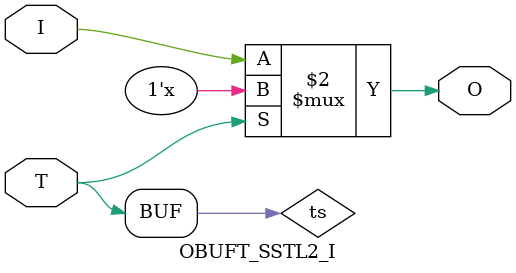
<source format=v>

/*

FUNCTION	: TRI-STATE OUTPUT BUFFER

*/

`celldefine
`timescale  100 ps / 10 ps

module OBUFT_SSTL2_I (O, I, T);

    output O;

    input  I, T;

    or O1 (ts, 1'b0, T);
    bufif0 T1 (O, I, ts);

endmodule

</source>
